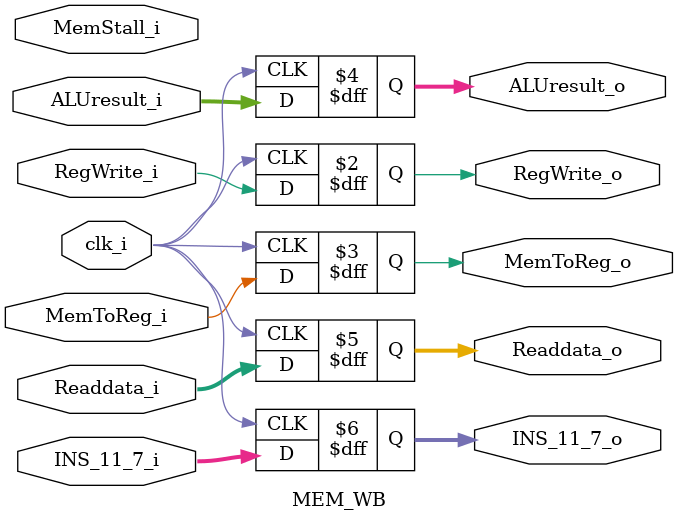
<source format=v>
module MEM_WB
(   
    clk_i,
    RegWrite_o,
    RegWrite_i,
    MemToReg_o,
    MemToReg_i,
    ALUresult_o,
    ALUresult_i,
    Readdata_o,
    Readdata_i,
    INS_11_7_o,
    INS_11_7_i,
    MemStall_i
);
input               clk_i;
input RegWrite_i, MemToReg_i, MemStall_i;
input [31:0] ALUresult_i, Readdata_i;
input [4:0] INS_11_7_i;
output reg RegWrite_o, MemToReg_o;
output reg [31:0] ALUresult_o, Readdata_o;
output reg [4:0] INS_11_7_o;

always@(posedge clk_i)  begin
    RegWrite_o  <= RegWrite_i;
    MemToReg_o  <= MemToReg_i;
    Readdata_o  <= Readdata_i;
    ALUresult_o <= ALUresult_i;
    INS_11_7_o  <= INS_11_7_i;
end
endmodule
</source>
